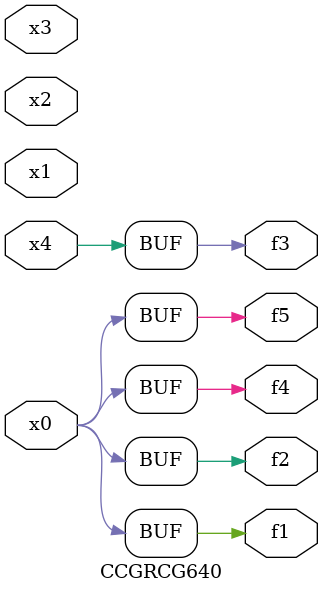
<source format=v>
module CCGRCG640(
	input x0, x1, x2, x3, x4,
	output f1, f2, f3, f4, f5
);
	assign f1 = x0;
	assign f2 = x0;
	assign f3 = x4;
	assign f4 = x0;
	assign f5 = x0;
endmodule

</source>
